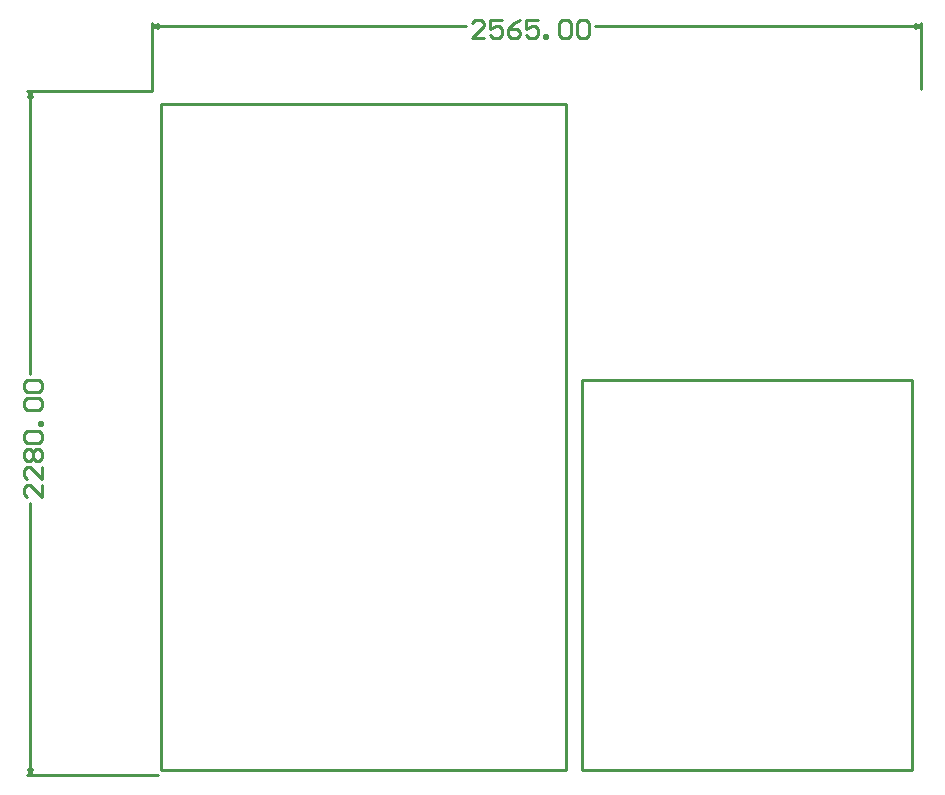
<source format=gm1>
G04*
G04 #@! TF.GenerationSoftware,Altium Limited,Altium Designer,24.7.2 (38)*
G04*
G04 Layer_Color=16711935*
%FSLAX25Y25*%
%MOIN*%
G70*
G04*
G04 #@! TF.SameCoordinates,17647D21-3567-4D15-9BF9-88849ECC23B8*
G04*
G04*
G04 #@! TF.FilePolarity,Positive*
G04*
G01*
G75*
%ADD14C,0.01000*%
D14*
X178500Y151500D02*
X313500D01*
X178500Y373500D02*
X313500D01*
Y151500D02*
Y373500D01*
X178500Y151500D02*
Y373500D01*
X319000Y151500D02*
X429000D01*
X319000Y281500D02*
X429000D01*
Y151500D02*
Y281500D01*
X319000Y151500D02*
Y281500D01*
X432000Y378500D02*
Y400500D01*
X175500Y378000D02*
Y400500D01*
X323244Y399500D02*
X432000D01*
X175500D02*
X280256D01*
X430000Y400167D02*
X432000Y399500D01*
X430000Y398833D02*
X432000Y399500D01*
X175500D02*
X177500Y398833D01*
X175500Y399500D02*
X177500Y400167D01*
X134000Y378000D02*
X175500D01*
X134000Y150000D02*
X177500D01*
X135000Y283494D02*
Y378000D01*
Y150000D02*
Y240506D01*
X134333Y376000D02*
X135000Y378000D01*
X135667Y376000D01*
X135000Y150000D02*
X135667Y152000D01*
X134333D02*
X135000Y150000D01*
X286255Y395501D02*
X282256D01*
X286255Y399500D01*
Y400499D01*
X285255Y401499D01*
X283256D01*
X282256Y400499D01*
X292253Y401499D02*
X288254D01*
Y398500D01*
X290254Y399500D01*
X291253D01*
X292253Y398500D01*
Y396501D01*
X291253Y395501D01*
X289254D01*
X288254Y396501D01*
X298251Y401499D02*
X296252Y400499D01*
X294252Y398500D01*
Y396501D01*
X295252Y395501D01*
X297252D01*
X298251Y396501D01*
Y397500D01*
X297252Y398500D01*
X294252D01*
X304249Y401499D02*
X300251D01*
Y398500D01*
X302250Y399500D01*
X303250D01*
X304249Y398500D01*
Y396501D01*
X303250Y395501D01*
X301250D01*
X300251Y396501D01*
X306248Y395501D02*
Y396501D01*
X307248D01*
Y395501D01*
X306248D01*
X311247Y400499D02*
X312247Y401499D01*
X314246D01*
X315246Y400499D01*
Y396501D01*
X314246Y395501D01*
X312247D01*
X311247Y396501D01*
Y400499D01*
X317245D02*
X318245Y401499D01*
X320244D01*
X321244Y400499D01*
Y396501D01*
X320244Y395501D01*
X318245D01*
X317245Y396501D01*
Y400499D01*
X138999Y246505D02*
Y242506D01*
X135000Y246505D01*
X134001D01*
X133001Y245505D01*
Y243506D01*
X134001Y242506D01*
X138999Y252503D02*
Y248504D01*
X135000Y252503D01*
X134001D01*
X133001Y251503D01*
Y249504D01*
X134001Y248504D01*
Y254502D02*
X133001Y255502D01*
Y257502D01*
X134001Y258501D01*
X135000D01*
X136000Y257502D01*
X137000Y258501D01*
X137999D01*
X138999Y257502D01*
Y255502D01*
X137999Y254502D01*
X137000D01*
X136000Y255502D01*
X135000Y254502D01*
X134001D01*
X136000Y255502D02*
Y257502D01*
X134001Y260501D02*
X133001Y261500D01*
Y263499D01*
X134001Y264499D01*
X137999D01*
X138999Y263499D01*
Y261500D01*
X137999Y260501D01*
X134001D01*
X138999Y266498D02*
X137999D01*
Y267498D01*
X138999D01*
Y266498D01*
X134001Y271497D02*
X133001Y272497D01*
Y274496D01*
X134001Y275496D01*
X137999D01*
X138999Y274496D01*
Y272497D01*
X137999Y271497D01*
X134001D01*
Y277495D02*
X133001Y278495D01*
Y280494D01*
X134001Y281494D01*
X137999D01*
X138999Y280494D01*
Y278495D01*
X137999Y277495D01*
X134001D01*
M02*

</source>
